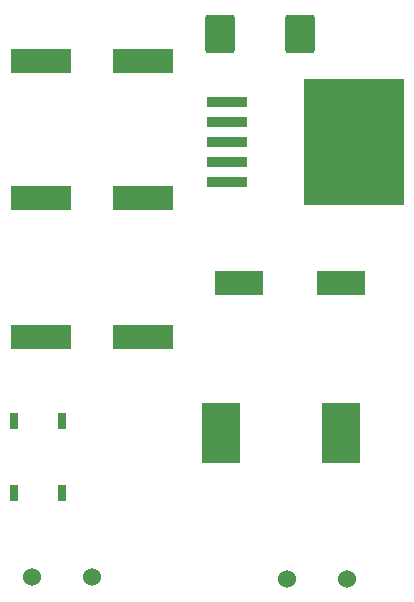
<source format=gbr>
%TF.GenerationSoftware,KiCad,Pcbnew,7.0.6*%
%TF.CreationDate,2025-01-04T15:57:42+10:30*%
%TF.ProjectId,Security System SMPS,53656375-7269-4747-9920-53797374656d,rev?*%
%TF.SameCoordinates,Original*%
%TF.FileFunction,Soldermask,Top*%
%TF.FilePolarity,Negative*%
%FSLAX46Y46*%
G04 Gerber Fmt 4.6, Leading zero omitted, Abs format (unit mm)*
G04 Created by KiCad (PCBNEW 7.0.6) date 2025-01-04 15:57:42*
%MOMM*%
%LPD*%
G01*
G04 APERTURE LIST*
G04 Aperture macros list*
%AMRoundRect*
0 Rectangle with rounded corners*
0 $1 Rounding radius*
0 $2 $3 $4 $5 $6 $7 $8 $9 X,Y pos of 4 corners*
0 Add a 4 corners polygon primitive as box body*
4,1,4,$2,$3,$4,$5,$6,$7,$8,$9,$2,$3,0*
0 Add four circle primitives for the rounded corners*
1,1,$1+$1,$2,$3*
1,1,$1+$1,$4,$5*
1,1,$1+$1,$6,$7*
1,1,$1+$1,$8,$9*
0 Add four rect primitives between the rounded corners*
20,1,$1+$1,$2,$3,$4,$5,0*
20,1,$1+$1,$4,$5,$6,$7,0*
20,1,$1+$1,$6,$7,$8,$9,0*
20,1,$1+$1,$8,$9,$2,$3,0*%
G04 Aperture macros list end*
%ADD10R,3.493999X0.964400*%
%ADD11R,8.458200X10.718800*%
%ADD12R,0.761200X1.454899*%
%ADD13C,1.524000*%
%ADD14R,3.300000X5.050000*%
%ADD15RoundRect,0.250000X1.000000X-1.400000X1.000000X1.400000X-1.000000X1.400000X-1.000000X-1.400000X0*%
%ADD16R,4.100000X2.000000*%
%ADD17R,5.100000X2.150000*%
G04 APERTURE END LIST*
D10*
%TO.C,U2*%
X126463800Y-72796400D03*
X126463800Y-74498200D03*
X126463800Y-76200000D03*
X126463800Y-77901800D03*
X126463800Y-79603600D03*
D11*
X137246100Y-76200000D03*
%TD*%
D12*
%TO.C,U1*%
X108489999Y-105896148D03*
X112490001Y-105896148D03*
X112490001Y-99843852D03*
X108489999Y-99843852D03*
%TD*%
D13*
%TO.C,J2*%
X131597400Y-113183299D03*
X136677400Y-113183299D03*
%TD*%
%TO.C,J1*%
X109982000Y-113030000D03*
X115062000Y-113030000D03*
%TD*%
D14*
%TO.C,L1*%
X136164000Y-100838000D03*
X125964000Y-100838000D03*
%TD*%
D15*
%TO.C,D1*%
X125886000Y-67056000D03*
X132686000Y-67056000D03*
%TD*%
D16*
%TO.C,C4*%
X127476000Y-88138000D03*
X136176000Y-88138000D03*
%TD*%
D17*
%TO.C,C3*%
X119380000Y-69342000D03*
X110780000Y-69342000D03*
%TD*%
%TO.C,C2*%
X119362000Y-80968000D03*
X110762000Y-80968000D03*
%TD*%
%TO.C,C1*%
X119380000Y-92710000D03*
X110780000Y-92710000D03*
%TD*%
M02*

</source>
